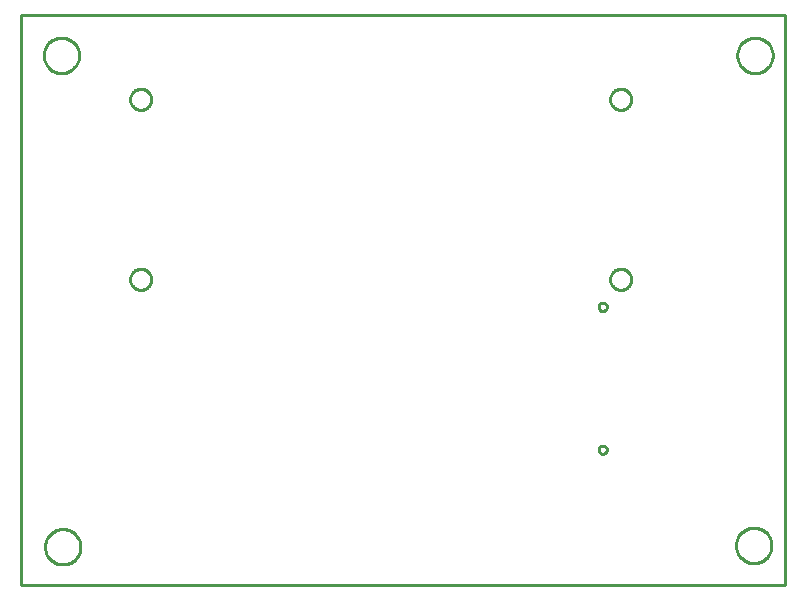
<source format=gbr>
G04 EAGLE Gerber RS-274X export*
G75*
%MOMM*%
%FSLAX34Y34*%
%LPD*%
%IN*%
%IPPOS*%
%AMOC8*
5,1,8,0,0,1.08239X$1,22.5*%
G01*
%ADD10C,0.254000*%


D10*
X-38100Y165100D02*
X609000Y165100D01*
X609000Y647600D01*
X-38100Y647600D01*
X-38100Y165100D01*
X12460Y197084D02*
X12384Y196016D01*
X12231Y194955D01*
X12003Y193908D01*
X11701Y192880D01*
X11327Y191876D01*
X10882Y190901D01*
X10368Y189961D01*
X9789Y189060D01*
X9147Y188202D01*
X8445Y187392D01*
X7688Y186635D01*
X6878Y185933D01*
X6020Y185291D01*
X5119Y184712D01*
X4179Y184198D01*
X3204Y183753D01*
X2200Y183379D01*
X1172Y183077D01*
X125Y182849D01*
X-936Y182696D01*
X-2004Y182620D01*
X-3076Y182620D01*
X-4144Y182696D01*
X-5205Y182849D01*
X-6252Y183077D01*
X-7280Y183379D01*
X-8284Y183753D01*
X-9259Y184198D01*
X-10199Y184712D01*
X-11100Y185291D01*
X-11958Y185933D01*
X-12768Y186635D01*
X-13525Y187392D01*
X-14227Y188202D01*
X-14869Y189060D01*
X-15448Y189961D01*
X-15962Y190901D01*
X-16407Y191876D01*
X-16781Y192880D01*
X-17083Y193908D01*
X-17311Y194955D01*
X-17464Y196016D01*
X-17540Y197084D01*
X-17540Y198156D01*
X-17464Y199224D01*
X-17311Y200285D01*
X-17083Y201332D01*
X-16781Y202360D01*
X-16407Y203364D01*
X-15962Y204339D01*
X-15448Y205279D01*
X-14869Y206180D01*
X-14227Y207038D01*
X-13525Y207848D01*
X-12768Y208605D01*
X-11958Y209307D01*
X-11100Y209949D01*
X-10199Y210528D01*
X-9259Y211042D01*
X-8284Y211487D01*
X-7280Y211861D01*
X-6252Y212163D01*
X-5205Y212391D01*
X-4144Y212544D01*
X-3076Y212620D01*
X-2004Y212620D01*
X-936Y212544D01*
X125Y212391D01*
X1172Y212163D01*
X2200Y211861D01*
X3204Y211487D01*
X4179Y211042D01*
X5119Y210528D01*
X6020Y209949D01*
X6878Y209307D01*
X7688Y208605D01*
X8445Y207848D01*
X9147Y207038D01*
X9789Y206180D01*
X10368Y205279D01*
X10882Y204339D01*
X11327Y203364D01*
X11701Y202360D01*
X12003Y201332D01*
X12231Y200285D01*
X12384Y199224D01*
X12460Y198156D01*
X12460Y197084D01*
X597540Y198194D02*
X597464Y197126D01*
X597311Y196065D01*
X597083Y195018D01*
X596781Y193990D01*
X596407Y192986D01*
X595962Y192011D01*
X595448Y191071D01*
X594869Y190170D01*
X594227Y189312D01*
X593525Y188502D01*
X592768Y187745D01*
X591958Y187043D01*
X591100Y186401D01*
X590199Y185822D01*
X589259Y185308D01*
X588284Y184863D01*
X587280Y184489D01*
X586252Y184187D01*
X585205Y183959D01*
X584144Y183806D01*
X583076Y183730D01*
X582004Y183730D01*
X580936Y183806D01*
X579875Y183959D01*
X578828Y184187D01*
X577800Y184489D01*
X576796Y184863D01*
X575821Y185308D01*
X574881Y185822D01*
X573980Y186401D01*
X573122Y187043D01*
X572312Y187745D01*
X571555Y188502D01*
X570853Y189312D01*
X570211Y190170D01*
X569632Y191071D01*
X569118Y192011D01*
X568673Y192986D01*
X568299Y193990D01*
X567997Y195018D01*
X567769Y196065D01*
X567616Y197126D01*
X567540Y198194D01*
X567540Y199266D01*
X567616Y200334D01*
X567769Y201395D01*
X567997Y202442D01*
X568299Y203470D01*
X568673Y204474D01*
X569118Y205449D01*
X569632Y206389D01*
X570211Y207290D01*
X570853Y208148D01*
X571555Y208958D01*
X572312Y209715D01*
X573122Y210417D01*
X573980Y211059D01*
X574881Y211638D01*
X575821Y212152D01*
X576796Y212597D01*
X577800Y212971D01*
X578828Y213273D01*
X579875Y213501D01*
X580936Y213654D01*
X582004Y213730D01*
X583076Y213730D01*
X584144Y213654D01*
X585205Y213501D01*
X586252Y213273D01*
X587280Y212971D01*
X588284Y212597D01*
X589259Y212152D01*
X590199Y211638D01*
X591100Y211059D01*
X591958Y210417D01*
X592768Y209715D01*
X593525Y208958D01*
X594227Y208148D01*
X594869Y207290D01*
X595448Y206389D01*
X595962Y205449D01*
X596407Y204474D01*
X596781Y203470D01*
X597083Y202442D01*
X597311Y201395D01*
X597464Y200334D01*
X597540Y199266D01*
X597540Y198194D01*
X11350Y613114D02*
X11274Y612046D01*
X11121Y610985D01*
X10893Y609938D01*
X10591Y608910D01*
X10217Y607906D01*
X9772Y606931D01*
X9258Y605991D01*
X8679Y605090D01*
X8037Y604232D01*
X7335Y603422D01*
X6578Y602665D01*
X5768Y601963D01*
X4910Y601321D01*
X4009Y600742D01*
X3069Y600228D01*
X2094Y599783D01*
X1090Y599409D01*
X62Y599107D01*
X-985Y598879D01*
X-2046Y598726D01*
X-3114Y598650D01*
X-4186Y598650D01*
X-5254Y598726D01*
X-6315Y598879D01*
X-7362Y599107D01*
X-8390Y599409D01*
X-9394Y599783D01*
X-10369Y600228D01*
X-11309Y600742D01*
X-12210Y601321D01*
X-13068Y601963D01*
X-13878Y602665D01*
X-14635Y603422D01*
X-15337Y604232D01*
X-15979Y605090D01*
X-16558Y605991D01*
X-17072Y606931D01*
X-17517Y607906D01*
X-17891Y608910D01*
X-18193Y609938D01*
X-18421Y610985D01*
X-18574Y612046D01*
X-18650Y613114D01*
X-18650Y614186D01*
X-18574Y615254D01*
X-18421Y616315D01*
X-18193Y617362D01*
X-17891Y618390D01*
X-17517Y619394D01*
X-17072Y620369D01*
X-16558Y621309D01*
X-15979Y622210D01*
X-15337Y623068D01*
X-14635Y623878D01*
X-13878Y624635D01*
X-13068Y625337D01*
X-12210Y625979D01*
X-11309Y626558D01*
X-10369Y627072D01*
X-9394Y627517D01*
X-8390Y627891D01*
X-7362Y628193D01*
X-6315Y628421D01*
X-5254Y628574D01*
X-4186Y628650D01*
X-3114Y628650D01*
X-2046Y628574D01*
X-985Y628421D01*
X62Y628193D01*
X1090Y627891D01*
X2094Y627517D01*
X3069Y627072D01*
X4009Y626558D01*
X4910Y625979D01*
X5768Y625337D01*
X6578Y624635D01*
X7335Y623878D01*
X8037Y623068D01*
X8679Y622210D01*
X9258Y621309D01*
X9772Y620369D01*
X10217Y619394D01*
X10591Y618390D01*
X10893Y617362D01*
X11121Y616315D01*
X11274Y615254D01*
X11350Y614186D01*
X11350Y613114D01*
X598650Y613114D02*
X598574Y612046D01*
X598421Y610985D01*
X598193Y609938D01*
X597891Y608910D01*
X597517Y607906D01*
X597072Y606931D01*
X596558Y605991D01*
X595979Y605090D01*
X595337Y604232D01*
X594635Y603422D01*
X593878Y602665D01*
X593068Y601963D01*
X592210Y601321D01*
X591309Y600742D01*
X590369Y600228D01*
X589394Y599783D01*
X588390Y599409D01*
X587362Y599107D01*
X586315Y598879D01*
X585254Y598726D01*
X584186Y598650D01*
X583114Y598650D01*
X582046Y598726D01*
X580985Y598879D01*
X579938Y599107D01*
X578910Y599409D01*
X577906Y599783D01*
X576931Y600228D01*
X575991Y600742D01*
X575090Y601321D01*
X574232Y601963D01*
X573422Y602665D01*
X572665Y603422D01*
X571963Y604232D01*
X571321Y605090D01*
X570742Y605991D01*
X570228Y606931D01*
X569783Y607906D01*
X569409Y608910D01*
X569107Y609938D01*
X568879Y610985D01*
X568726Y612046D01*
X568650Y613114D01*
X568650Y614186D01*
X568726Y615254D01*
X568879Y616315D01*
X569107Y617362D01*
X569409Y618390D01*
X569783Y619394D01*
X570228Y620369D01*
X570742Y621309D01*
X571321Y622210D01*
X571963Y623068D01*
X572665Y623878D01*
X573422Y624635D01*
X574232Y625337D01*
X575090Y625979D01*
X575991Y626558D01*
X576931Y627072D01*
X577906Y627517D01*
X578910Y627891D01*
X579938Y628193D01*
X580985Y628421D01*
X582046Y628574D01*
X583114Y628650D01*
X584186Y628650D01*
X585254Y628574D01*
X586315Y628421D01*
X587362Y628193D01*
X588390Y627891D01*
X589394Y627517D01*
X590369Y627072D01*
X591309Y626558D01*
X592210Y625979D01*
X593068Y625337D01*
X593878Y624635D01*
X594635Y623878D01*
X595337Y623068D01*
X595979Y622210D01*
X596558Y621309D01*
X597072Y620369D01*
X597517Y619394D01*
X597891Y618390D01*
X598193Y617362D01*
X598421Y616315D01*
X598574Y615254D01*
X598650Y614186D01*
X598650Y613114D01*
X72390Y423632D02*
X72322Y422859D01*
X72188Y422094D01*
X71987Y421344D01*
X71721Y420615D01*
X71393Y419911D01*
X71005Y419239D01*
X70560Y418603D01*
X70061Y418008D01*
X69512Y417459D01*
X68917Y416960D01*
X68281Y416515D01*
X67609Y416127D01*
X66905Y415799D01*
X66176Y415533D01*
X65426Y415332D01*
X64661Y415198D01*
X63888Y415130D01*
X63112Y415130D01*
X62339Y415198D01*
X61574Y415332D01*
X60824Y415533D01*
X60095Y415799D01*
X59391Y416127D01*
X58719Y416515D01*
X58083Y416960D01*
X57488Y417459D01*
X56939Y418008D01*
X56440Y418603D01*
X55995Y419239D01*
X55607Y419911D01*
X55279Y420615D01*
X55013Y421344D01*
X54812Y422094D01*
X54678Y422859D01*
X54610Y423632D01*
X54610Y424408D01*
X54678Y425181D01*
X54812Y425946D01*
X55013Y426696D01*
X55279Y427425D01*
X55607Y428129D01*
X55995Y428801D01*
X56440Y429437D01*
X56939Y430032D01*
X57488Y430581D01*
X58083Y431080D01*
X58719Y431525D01*
X59391Y431913D01*
X60095Y432241D01*
X60824Y432507D01*
X61574Y432708D01*
X62339Y432842D01*
X63112Y432910D01*
X63888Y432910D01*
X64661Y432842D01*
X65426Y432708D01*
X66176Y432507D01*
X66905Y432241D01*
X67609Y431913D01*
X68281Y431525D01*
X68917Y431080D01*
X69512Y430581D01*
X70061Y430032D01*
X70560Y429437D01*
X71005Y428801D01*
X71393Y428129D01*
X71721Y427425D01*
X71987Y426696D01*
X72188Y425946D01*
X72322Y425181D01*
X72390Y424408D01*
X72390Y423632D01*
X72390Y576032D02*
X72322Y575259D01*
X72188Y574494D01*
X71987Y573744D01*
X71721Y573015D01*
X71393Y572311D01*
X71005Y571639D01*
X70560Y571003D01*
X70061Y570408D01*
X69512Y569859D01*
X68917Y569360D01*
X68281Y568915D01*
X67609Y568527D01*
X66905Y568199D01*
X66176Y567933D01*
X65426Y567732D01*
X64661Y567598D01*
X63888Y567530D01*
X63112Y567530D01*
X62339Y567598D01*
X61574Y567732D01*
X60824Y567933D01*
X60095Y568199D01*
X59391Y568527D01*
X58719Y568915D01*
X58083Y569360D01*
X57488Y569859D01*
X56939Y570408D01*
X56440Y571003D01*
X55995Y571639D01*
X55607Y572311D01*
X55279Y573015D01*
X55013Y573744D01*
X54812Y574494D01*
X54678Y575259D01*
X54610Y576032D01*
X54610Y576808D01*
X54678Y577581D01*
X54812Y578346D01*
X55013Y579096D01*
X55279Y579825D01*
X55607Y580529D01*
X55995Y581201D01*
X56440Y581837D01*
X56939Y582432D01*
X57488Y582981D01*
X58083Y583480D01*
X58719Y583925D01*
X59391Y584313D01*
X60095Y584641D01*
X60824Y584907D01*
X61574Y585108D01*
X62339Y585242D01*
X63112Y585310D01*
X63888Y585310D01*
X64661Y585242D01*
X65426Y585108D01*
X66176Y584907D01*
X66905Y584641D01*
X67609Y584313D01*
X68281Y583925D01*
X68917Y583480D01*
X69512Y582981D01*
X70061Y582432D01*
X70560Y581837D01*
X71005Y581201D01*
X71393Y580529D01*
X71721Y579825D01*
X71987Y579096D01*
X72188Y578346D01*
X72322Y577581D01*
X72390Y576808D01*
X72390Y576032D01*
X478790Y576032D02*
X478722Y575259D01*
X478588Y574494D01*
X478387Y573744D01*
X478121Y573015D01*
X477793Y572311D01*
X477405Y571639D01*
X476960Y571003D01*
X476461Y570408D01*
X475912Y569859D01*
X475317Y569360D01*
X474681Y568915D01*
X474009Y568527D01*
X473305Y568199D01*
X472576Y567933D01*
X471826Y567732D01*
X471061Y567598D01*
X470288Y567530D01*
X469512Y567530D01*
X468739Y567598D01*
X467974Y567732D01*
X467224Y567933D01*
X466495Y568199D01*
X465791Y568527D01*
X465119Y568915D01*
X464483Y569360D01*
X463888Y569859D01*
X463339Y570408D01*
X462840Y571003D01*
X462395Y571639D01*
X462007Y572311D01*
X461679Y573015D01*
X461413Y573744D01*
X461212Y574494D01*
X461078Y575259D01*
X461010Y576032D01*
X461010Y576808D01*
X461078Y577581D01*
X461212Y578346D01*
X461413Y579096D01*
X461679Y579825D01*
X462007Y580529D01*
X462395Y581201D01*
X462840Y581837D01*
X463339Y582432D01*
X463888Y582981D01*
X464483Y583480D01*
X465119Y583925D01*
X465791Y584313D01*
X466495Y584641D01*
X467224Y584907D01*
X467974Y585108D01*
X468739Y585242D01*
X469512Y585310D01*
X470288Y585310D01*
X471061Y585242D01*
X471826Y585108D01*
X472576Y584907D01*
X473305Y584641D01*
X474009Y584313D01*
X474681Y583925D01*
X475317Y583480D01*
X475912Y582981D01*
X476461Y582432D01*
X476960Y581837D01*
X477405Y581201D01*
X477793Y580529D01*
X478121Y579825D01*
X478387Y579096D01*
X478588Y578346D01*
X478722Y577581D01*
X478790Y576808D01*
X478790Y576032D01*
X478790Y423632D02*
X478722Y422859D01*
X478588Y422094D01*
X478387Y421344D01*
X478121Y420615D01*
X477793Y419911D01*
X477405Y419239D01*
X476960Y418603D01*
X476461Y418008D01*
X475912Y417459D01*
X475317Y416960D01*
X474681Y416515D01*
X474009Y416127D01*
X473305Y415799D01*
X472576Y415533D01*
X471826Y415332D01*
X471061Y415198D01*
X470288Y415130D01*
X469512Y415130D01*
X468739Y415198D01*
X467974Y415332D01*
X467224Y415533D01*
X466495Y415799D01*
X465791Y416127D01*
X465119Y416515D01*
X464483Y416960D01*
X463888Y417459D01*
X463339Y418008D01*
X462840Y418603D01*
X462395Y419239D01*
X462007Y419911D01*
X461679Y420615D01*
X461413Y421344D01*
X461212Y422094D01*
X461078Y422859D01*
X461010Y423632D01*
X461010Y424408D01*
X461078Y425181D01*
X461212Y425946D01*
X461413Y426696D01*
X461679Y427425D01*
X462007Y428129D01*
X462395Y428801D01*
X462840Y429437D01*
X463339Y430032D01*
X463888Y430581D01*
X464483Y431080D01*
X465119Y431525D01*
X465791Y431913D01*
X466495Y432241D01*
X467224Y432507D01*
X467974Y432708D01*
X468739Y432842D01*
X469512Y432910D01*
X470288Y432910D01*
X471061Y432842D01*
X471826Y432708D01*
X472576Y432507D01*
X473305Y432241D01*
X474009Y431913D01*
X474681Y431525D01*
X475317Y431080D01*
X475912Y430581D01*
X476461Y430032D01*
X476960Y429437D01*
X477405Y428801D01*
X477793Y428129D01*
X478121Y427425D01*
X478387Y426696D01*
X478588Y425946D01*
X478722Y425181D01*
X478790Y424408D01*
X478790Y423632D01*
X454385Y397288D02*
X453930Y397348D01*
X453487Y397467D01*
X453063Y397642D01*
X452665Y397872D01*
X452301Y398151D01*
X451977Y398475D01*
X451698Y398839D01*
X451468Y399237D01*
X451293Y399661D01*
X451174Y400104D01*
X451114Y400559D01*
X451114Y401017D01*
X451174Y401472D01*
X451293Y401915D01*
X451468Y402339D01*
X451698Y402737D01*
X451977Y403101D01*
X452301Y403425D01*
X452665Y403704D01*
X453063Y403934D01*
X453487Y404109D01*
X453930Y404228D01*
X454385Y404288D01*
X454843Y404288D01*
X455298Y404228D01*
X455741Y404109D01*
X456165Y403934D01*
X456563Y403704D01*
X456927Y403425D01*
X457251Y403101D01*
X457530Y402737D01*
X457760Y402339D01*
X457935Y401915D01*
X458054Y401472D01*
X458114Y401017D01*
X458114Y400559D01*
X458054Y400104D01*
X457935Y399661D01*
X457760Y399237D01*
X457530Y398839D01*
X457251Y398475D01*
X456927Y398151D01*
X456563Y397872D01*
X456165Y397642D01*
X455741Y397467D01*
X455298Y397348D01*
X454843Y397288D01*
X454385Y397288D01*
X454385Y276288D02*
X453930Y276348D01*
X453487Y276467D01*
X453063Y276642D01*
X452665Y276872D01*
X452301Y277151D01*
X451977Y277475D01*
X451698Y277839D01*
X451468Y278237D01*
X451293Y278661D01*
X451174Y279104D01*
X451114Y279559D01*
X451114Y280017D01*
X451174Y280472D01*
X451293Y280915D01*
X451468Y281339D01*
X451698Y281737D01*
X451977Y282101D01*
X452301Y282425D01*
X452665Y282704D01*
X453063Y282934D01*
X453487Y283109D01*
X453930Y283228D01*
X454385Y283288D01*
X454843Y283288D01*
X455298Y283228D01*
X455741Y283109D01*
X456165Y282934D01*
X456563Y282704D01*
X456927Y282425D01*
X457251Y282101D01*
X457530Y281737D01*
X457760Y281339D01*
X457935Y280915D01*
X458054Y280472D01*
X458114Y280017D01*
X458114Y279559D01*
X458054Y279104D01*
X457935Y278661D01*
X457760Y278237D01*
X457530Y277839D01*
X457251Y277475D01*
X456927Y277151D01*
X456563Y276872D01*
X456165Y276642D01*
X455741Y276467D01*
X455298Y276348D01*
X454843Y276288D01*
X454385Y276288D01*
M02*

</source>
